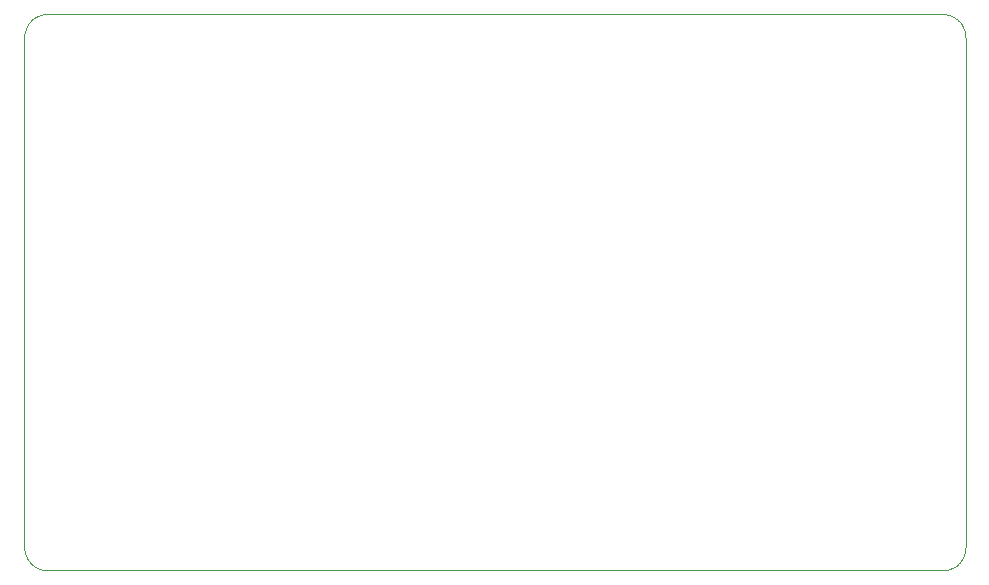
<source format=gbr>
G04 #@! TF.GenerationSoftware,KiCad,Pcbnew,5.1.5+dfsg1-2build2*
G04 #@! TF.CreationDate,2020-06-21T17:38:59+02:00*
G04 #@! TF.ProjectId,zigbeebox,7a696762-6565-4626-9f78-2e6b69636164,rev?*
G04 #@! TF.SameCoordinates,Original*
G04 #@! TF.FileFunction,Profile,NP*
%FSLAX46Y46*%
G04 Gerber Fmt 4.6, Leading zero omitted, Abs format (unit mm)*
G04 Created by KiCad (PCBNEW 5.1.5+dfsg1-2build2) date 2020-06-21 17:38:59*
%MOMM*%
%LPD*%
G04 APERTURE LIST*
%ADD10C,0.100000*%
G04 APERTURE END LIST*
D10*
X159857475Y-93877816D02*
X159809836Y-93933700D01*
X159809836Y-93933700D02*
X159759597Y-93987727D01*
X159759597Y-93987727D02*
X159708784Y-94037922D01*
X159708784Y-94037922D02*
X159656175Y-94085726D01*
X159656175Y-94085726D02*
X159613943Y-94121348D01*
X158319319Y-94583192D02*
X82617058Y-94583192D01*
X80651401Y-92924842D02*
X80638227Y-92836098D01*
X80638227Y-92836098D02*
X80628716Y-92745411D01*
X80628716Y-92745411D02*
X80621061Y-92644931D01*
X80621061Y-92644931D02*
X80617060Y-92583194D01*
X159008878Y-94453998D02*
X158934095Y-94480073D01*
X158934095Y-94480073D02*
X158857891Y-94503931D01*
X158857891Y-94503931D02*
X158777931Y-94525596D01*
X158777931Y-94525596D02*
X158695178Y-94543940D01*
X158695178Y-94543940D02*
X158668782Y-94548851D01*
X160319320Y-49466307D02*
X160319320Y-92583194D01*
X159857475Y-48171685D02*
X159901512Y-48227906D01*
X159901512Y-48227906D02*
X159943611Y-48286421D01*
X159943611Y-48286421D02*
X159984575Y-48348546D01*
X159984575Y-48348546D02*
X160022970Y-48412258D01*
X160022970Y-48412258D02*
X160047024Y-48455346D01*
X158319319Y-47466309D02*
X158413714Y-47472260D01*
X158413714Y-47472260D02*
X158506504Y-47479640D01*
X158506504Y-47479640D02*
X158597121Y-47489784D01*
X158597121Y-47489784D02*
X158667587Y-47500651D01*
X160047024Y-93594156D02*
X160010714Y-93657903D01*
X160010714Y-93657903D02*
X159971280Y-93721386D01*
X159971280Y-93721386D02*
X159930829Y-93781139D01*
X159930829Y-93781139D02*
X159884462Y-93843855D01*
X159884462Y-93843855D02*
X159857475Y-93877816D01*
X158668782Y-94548851D02*
X158580757Y-94561984D01*
X158580757Y-94561984D02*
X158490066Y-94571445D01*
X158490066Y-94571445D02*
X158393463Y-94578635D01*
X158393463Y-94578635D02*
X158319319Y-94583192D01*
X159613943Y-47928154D02*
X159668800Y-47974910D01*
X159668800Y-47974910D02*
X159721160Y-48023475D01*
X159721160Y-48023475D02*
X159771459Y-48074178D01*
X159771459Y-48074178D02*
X159819612Y-48126925D01*
X159819612Y-48126925D02*
X159857475Y-48171685D01*
X158667587Y-47500651D02*
X158752068Y-47517950D01*
X158752068Y-47517950D02*
X158835736Y-47539462D01*
X158835736Y-47539462D02*
X158913274Y-47562870D01*
X158913274Y-47562870D02*
X158988724Y-47588462D01*
X158988724Y-47588462D02*
X159008280Y-47595503D01*
X159008280Y-47595503D02*
X159081797Y-47623394D01*
X159081797Y-47623394D02*
X159153127Y-47652849D01*
X159153127Y-47652849D02*
X159223429Y-47684529D01*
X159223429Y-47684529D02*
X159290880Y-47717756D01*
X159290880Y-47717756D02*
X159330284Y-47738605D01*
X160319320Y-92583194D02*
X160313509Y-92678961D01*
X160313509Y-92678961D02*
X160306271Y-92772401D01*
X160306271Y-92772401D02*
X160296236Y-92863289D01*
X160296236Y-92863289D02*
X160284978Y-92936469D01*
X80889355Y-93594156D02*
X80854325Y-93526302D01*
X80854325Y-93526302D02*
X80822114Y-93457833D01*
X80822114Y-93457833D02*
X80791920Y-93387640D01*
X80791920Y-93387640D02*
X80763094Y-93314550D01*
X80763094Y-93314550D02*
X80746253Y-93268844D01*
X82617058Y-47466309D02*
X158319319Y-47466309D01*
X159613943Y-94121348D02*
X159556887Y-94165934D01*
X159556887Y-94165934D02*
X159498048Y-94208144D01*
X159498048Y-94208144D02*
X159436735Y-94248508D01*
X159436735Y-94248508D02*
X159373328Y-94286766D01*
X159373328Y-94286766D02*
X159330283Y-94310897D01*
X160190125Y-93274657D02*
X160162174Y-93347603D01*
X160162174Y-93347603D02*
X160132673Y-93418365D01*
X160132673Y-93418365D02*
X160101272Y-93487491D01*
X160101272Y-93487491D02*
X160067880Y-93554892D01*
X160067880Y-93554892D02*
X160047024Y-93594156D01*
X160284978Y-49125290D02*
X160298124Y-49213866D01*
X160298124Y-49213866D02*
X160307867Y-49307057D01*
X160307867Y-49307057D02*
X160315300Y-49404680D01*
X160315300Y-49404680D02*
X160319320Y-49466307D01*
X159330283Y-94310897D02*
X159263207Y-94345770D01*
X159263207Y-94345770D02*
X159193686Y-94378801D01*
X159193686Y-94378801D02*
X159123694Y-94409247D01*
X159123694Y-94409247D02*
X159051465Y-94438086D01*
X159051465Y-94438086D02*
X159008878Y-94453998D01*
X159330284Y-47738605D02*
X159394636Y-47775189D01*
X159394636Y-47775189D02*
X159457555Y-47814270D01*
X159457555Y-47814270D02*
X159517777Y-47855074D01*
X159517777Y-47855074D02*
X159576825Y-47898694D01*
X159576825Y-47898694D02*
X159613943Y-47928154D01*
X160190125Y-48780973D02*
X160216043Y-48856398D01*
X160216043Y-48856398D02*
X160239993Y-48933897D01*
X160239993Y-48933897D02*
X160261670Y-49014833D01*
X160261670Y-49014833D02*
X160280774Y-49102337D01*
X160280774Y-49102337D02*
X160284978Y-49125290D01*
X80746253Y-93268844D02*
X80720325Y-93193485D01*
X80720325Y-93193485D02*
X80696375Y-93116059D01*
X80696375Y-93116059D02*
X80674201Y-93033164D01*
X80674201Y-93033164D02*
X80655664Y-92948111D01*
X80655664Y-92948111D02*
X80651401Y-92924842D01*
X160047024Y-48455346D02*
X160081137Y-48521388D01*
X160081137Y-48521388D02*
X160113987Y-48591159D01*
X160113987Y-48591159D02*
X160144462Y-48662053D01*
X160144462Y-48662053D02*
X160173036Y-48734567D01*
X160173036Y-48734567D02*
X160190125Y-48780973D01*
X160284978Y-92936469D02*
X160267072Y-93023026D01*
X160267072Y-93023026D02*
X160246384Y-93102760D01*
X160246384Y-93102760D02*
X160222997Y-93179730D01*
X160222997Y-93179730D02*
X160197170Y-93255255D01*
X160197170Y-93255255D02*
X160190125Y-93274657D01*
X81322435Y-47928154D02*
X81378691Y-47884182D01*
X81378691Y-47884182D02*
X81438341Y-47841400D01*
X81438341Y-47841400D02*
X81499663Y-47801045D01*
X81499663Y-47801045D02*
X81562486Y-47763101D01*
X81562486Y-47763101D02*
X81606096Y-47738605D01*
X80889355Y-48455345D02*
X80925941Y-48390991D01*
X80925941Y-48390991D02*
X80965025Y-48328078D01*
X80965025Y-48328078D02*
X81005445Y-48268400D01*
X81005445Y-48268400D02*
X81048633Y-48209861D01*
X81048633Y-48209861D02*
X81078904Y-48171685D01*
X80617060Y-49466307D02*
X80623108Y-49370563D01*
X80623108Y-49370563D02*
X80630647Y-49276438D01*
X80630647Y-49276438D02*
X80640854Y-49186197D01*
X80640854Y-49186197D02*
X80651401Y-49118121D01*
X81078905Y-93877816D02*
X81034865Y-93821585D01*
X81034865Y-93821585D02*
X80992767Y-93763067D01*
X80992767Y-93763067D02*
X80952518Y-93702072D01*
X80952518Y-93702072D02*
X80913741Y-93637812D01*
X80913741Y-93637812D02*
X80889355Y-93594156D01*
X81322436Y-94121348D02*
X81267566Y-94074592D01*
X81267566Y-94074592D02*
X81215205Y-94026029D01*
X81215205Y-94026029D02*
X81164908Y-93975326D01*
X81164908Y-93975326D02*
X81116760Y-93922573D01*
X81116760Y-93922573D02*
X81078905Y-93877816D01*
X81606096Y-94310897D02*
X81540606Y-94273591D01*
X81540606Y-94273591D02*
X81478838Y-94235188D01*
X81478838Y-94235188D02*
X81419153Y-94194778D01*
X81419153Y-94194778D02*
X81360608Y-94151606D01*
X81360608Y-94151606D02*
X81322436Y-94121348D01*
X81926740Y-94453998D02*
X81854168Y-94426326D01*
X81854168Y-94426326D02*
X81782507Y-94396591D01*
X81782507Y-94396591D02*
X81712507Y-94364903D01*
X81712507Y-94364903D02*
X81644498Y-94331271D01*
X81644498Y-94331271D02*
X81606096Y-94310897D01*
X82617058Y-94583192D02*
X82516400Y-94576940D01*
X82516400Y-94576940D02*
X82423420Y-94569512D01*
X82423420Y-94569512D02*
X82333326Y-94559300D01*
X82333326Y-94559300D02*
X82266073Y-94548851D01*
X81078904Y-48171685D02*
X81125763Y-48116676D01*
X81125763Y-48116676D02*
X81174909Y-48063695D01*
X81174909Y-48063695D02*
X81225882Y-48013189D01*
X81225882Y-48013189D02*
X81278799Y-47964977D01*
X81278799Y-47964977D02*
X81322435Y-47928154D01*
X82263270Y-47500651D02*
X82351676Y-47487430D01*
X82351676Y-47487430D02*
X82443484Y-47477922D01*
X82443484Y-47477922D02*
X82537118Y-47471064D01*
X82537118Y-47471064D02*
X82617058Y-47466309D01*
X82266073Y-94548851D02*
X82182915Y-94531793D01*
X82182915Y-94531793D02*
X82102383Y-94511126D01*
X82102383Y-94511126D02*
X82024625Y-94487700D01*
X82024625Y-94487700D02*
X81949782Y-94462314D01*
X81949782Y-94462314D02*
X81926740Y-94453998D01*
X80617060Y-92583194D02*
X80617060Y-49466307D01*
X80746253Y-48777389D02*
X80774142Y-48703857D01*
X80774142Y-48703857D02*
X80803596Y-48632515D01*
X80803596Y-48632515D02*
X80834982Y-48562825D01*
X80834982Y-48562825D02*
X80868503Y-48494746D01*
X80868503Y-48494746D02*
X80889355Y-48455345D01*
X81606096Y-47738605D02*
X81671818Y-47704266D01*
X81671818Y-47704266D02*
X81739923Y-47671648D01*
X81739923Y-47671648D02*
X81809403Y-47641117D01*
X81809403Y-47641117D02*
X81881114Y-47612177D01*
X81881114Y-47612177D02*
X81925338Y-47595504D01*
X81925338Y-47595504D02*
X81999936Y-47569287D01*
X81999936Y-47569287D02*
X82076311Y-47545240D01*
X82076311Y-47545240D02*
X82156778Y-47523378D01*
X82156778Y-47523378D02*
X82241060Y-47504765D01*
X82241060Y-47504765D02*
X82263270Y-47500651D01*
X80651401Y-49118121D02*
X80668700Y-49033626D01*
X80668700Y-49033626D02*
X80689279Y-48953279D01*
X80689279Y-48953279D02*
X80712774Y-48875039D01*
X80712774Y-48875039D02*
X80738110Y-48800043D01*
X80738110Y-48800043D02*
X80746253Y-48777389D01*
M02*

</source>
